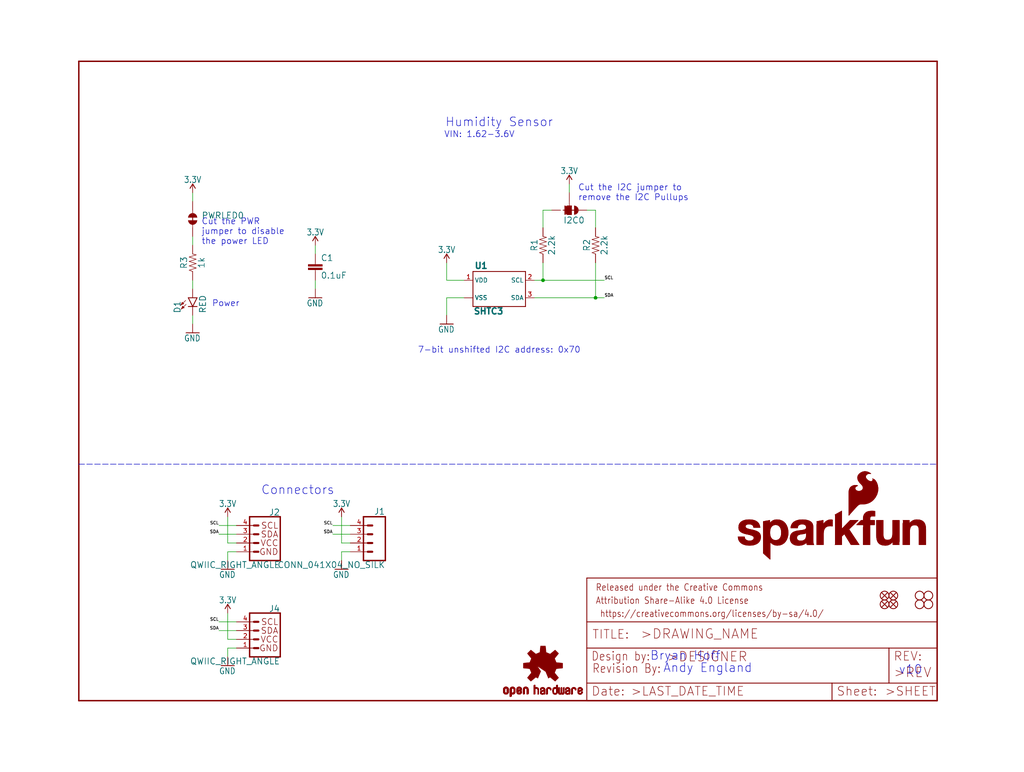
<source format=kicad_sch>
(kicad_sch (version 20211123) (generator eeschema)
  (paper "User" 297.002 223.926)
  (lib_symbols
    (symbol "eagleSchem-eagle-import:0.1UF-0603-25V-(+80{slash}-20%)"
      (property "Reference" "C" (at 1.524 2.921 0))
      (property "Value" "0.1UF-0603-25V-(+80{slash}-20%)" (at 1.524 -2.159 0))
      (symbol "0.1UF-0603-25V-(+80{slash}-20%)_1_0"
        (pin passive line (at 0 5.08 270) (length 2.54) (name "1") (number "1"))
        (pin passive line (at 0 -2.54 90) (length 2.54) (name "2") (number "2"))
      )
    )
    (symbol "eagleSchem-eagle-import:1KOHM-0603-1{slash}10W-1%"
      (property "Reference" "R" (at 0 1.524 0))
      (property "Value" "1KOHM-0603-1{slash}10W-1%" (at 0 -1.524 0))
      (symbol "1KOHM-0603-1{slash}10W-1%_1_0"
        (pin passive line (at -5.08 0 0) (length 2.54) (name "1") (number "1"))
        (pin passive line (at 5.08 0 180) (length 2.54) (name "2") (number "2"))
      )
    )
    (symbol "eagleSchem-eagle-import:2.2KOHM-0603-1{slash}10W-1%"
      (property "Reference" "R" (at 0 1.524 0))
      (property "Value" "2.2KOHM-0603-1{slash}10W-1%" (at 0 -1.524 0))
      (symbol "2.2KOHM-0603-1{slash}10W-1%_1_0"
        (pin passive line (at -5.08 0 0) (length 2.54) (name "1") (number "1"))
        (pin passive line (at 5.08 0 180) (length 2.54) (name "2") (number "2"))
      )
    )
    (symbol "eagleSchem-eagle-import:3.3V" (power)
      (property "Value" "3.3V" (at 0 2.794 0))
      (symbol "3.3V_1_0"
        (pin power_in line (at 0 0 90) (length 2.54) (name "3.3V") (number "1"))
      )
    )
    (symbol "eagleSchem-eagle-import:CONN_041X04_NO_SILK"
      (property "Reference" "J" (at -5.08 8.128 0))
      (property "Value" "CONN_041X04_NO_SILK" (at -5.08 -7.366 0))
      (symbol "CONN_041X04_NO_SILK_1_0"
        (pin passive line (at 5.08 -2.54 180) (length 5.08) (name "1") (number "1"))
        (pin passive line (at 5.08 0 180) (length 5.08) (name "2") (number "2"))
        (pin passive line (at 5.08 2.54 180) (length 5.08) (name "3") (number "3"))
        (pin passive line (at 5.08 5.08 180) (length 5.08) (name "4") (number "4"))
      )
    )
    (symbol "eagleSchem-eagle-import:FIDUCIALUFIDUCIAL")
    (symbol "eagleSchem-eagle-import:FRAME-LETTER"
      (symbol "FRAME-LETTER_2_0"
        (text " https://creativecommons.org/licenses/by-sa/4.0/" (at 2.54 24.13 0) (effects (font (size 1.9304 1.6408)) (justify left bottom)))
        (text ">DESIGNER" (at 23.114 11.176 0) (effects (font (size 2.7432 2.7432)) (justify left bottom)))
        (text ">DRAWING_NAME" (at 15.494 17.78 0) (effects (font (size 2.7432 2.7432)) (justify left bottom)))
        (text ">LAST_DATE_TIME" (at 12.7 1.27 0) (effects (font (size 2.54 2.54)) (justify left bottom)))
        (text ">REV" (at 88.9 6.604 0) (effects (font (size 2.7432 2.7432)) (justify left bottom)))
        (text ">SHEET" (at 86.36 1.27 0) (effects (font (size 2.54 2.54)) (justify left bottom)))
        (text "Attribution Share-Alike 4.0 License" (at 2.54 27.94 0) (effects (font (size 1.9304 1.6408)) (justify left bottom)))
        (text "Date:" (at 1.27 1.27 0) (effects (font (size 2.54 2.54)) (justify left bottom)))
        (text "Design by:" (at 1.27 11.43 0) (effects (font (size 2.54 2.159)) (justify left bottom)))
        (text "Released under the Creative Commons" (at 2.54 31.75 0) (effects (font (size 1.9304 1.6408)) (justify left bottom)))
        (text "REV:" (at 88.9 11.43 0) (effects (font (size 2.54 2.54)) (justify left bottom)))
        (text "Sheet:" (at 72.39 1.27 0) (effects (font (size 2.54 2.54)) (justify left bottom)))
        (text "TITLE:" (at 1.524 17.78 0) (effects (font (size 2.54 2.54)) (justify left bottom)))
      )
    )
    (symbol "eagleSchem-eagle-import:GND" (power)
      (property "Value" "GND" (at -2.54 -2.54 0))
      (symbol "GND_1_0"
        (pin power_in line (at 0 2.54 270) (length 2.54) (name "GND") (number "1"))
      )
    )
    (symbol "eagleSchem-eagle-import:JUMPER-SMT_2_NC_TRACE_SILK"
      (property "Reference" "JP" (at -2.54 2.54 0))
      (property "Value" "JUMPER-SMT_2_NC_TRACE_SILK" (at -2.54 -2.54 0))
      (symbol "JUMPER-SMT_2_NC_TRACE_SILK_1_0"
        (pin passive line (at -5.08 0 0) (length 2.54) (name "1") (number "1"))
        (pin passive line (at 5.08 0 180) (length 2.54) (name "2") (number "2"))
      )
    )
    (symbol "eagleSchem-eagle-import:JUMPER-SMT_3_2-NC_TRACE_SILK"
      (property "Reference" "JP" (at 2.54 0.381 0))
      (property "Value" "JUMPER-SMT_3_2-NC_TRACE_SILK" (at 2.54 -0.381 0))
      (symbol "JUMPER-SMT_3_2-NC_TRACE_SILK_1_0"
        (pin passive line (at 0 5.08 270) (length 2.54) (name "1") (number "1"))
        (pin passive line (at -5.08 0 0) (length 2.54) (name "2") (number "2"))
        (pin passive line (at 0 -5.08 90) (length 2.54) (name "3") (number "3"))
      )
    )
    (symbol "eagleSchem-eagle-import:LED-RED0603"
      (property "Reference" "D" (at -3.429 -4.572 90))
      (property "Value" "LED-RED0603" (at 1.905 -4.572 90))
      (symbol "LED-RED0603_1_0"
        (pin passive line (at 0 2.54 270) (length 2.54) (name "A") (number "A"))
        (pin passive line (at 0 -5.08 90) (length 2.54) (name "C") (number "C"))
      )
    )
    (symbol "eagleSchem-eagle-import:OSHW-LOGOMINI")
    (symbol "eagleSchem-eagle-import:QWIIC_CONNECTORJS-1MM"
      (property "Reference" "J" (at -5.08 7.874 0))
      (property "Value" "QWIIC_CONNECTORJS-1MM" (at -5.08 -5.334 0))
      (symbol "QWIIC_CONNECTORJS-1MM_1_0"
        (text "GND" (at -4.572 -2.54 0) (effects (font (size 1.778 1.778)) (justify left)))
        (text "SCL" (at -4.572 5.08 0) (effects (font (size 1.778 1.778)) (justify left)))
        (text "SDA" (at -4.572 2.54 0) (effects (font (size 1.778 1.778)) (justify left)))
        (text "VCC" (at -4.572 0 0) (effects (font (size 1.778 1.778)) (justify left)))
        (pin power_in line (at 7.62 -2.54 180) (length 5.08) (name "1") (number "1"))
        (pin power_in line (at 7.62 0 180) (length 5.08) (name "2") (number "2"))
        (pin passive line (at 7.62 2.54 180) (length 5.08) (name "3") (number "3"))
        (pin passive line (at 7.62 5.08 180) (length 5.08) (name "4") (number "4"))
      )
    )
    (symbol "eagleSchem-eagle-import:REVISION"
      (symbol "REVISION_1_0"
        (text "Revision By: " (at 0 0 0) (effects (font (size 2.54 2.159)) (justify left bottom)))
      )
    )
    (symbol "eagleSchem-eagle-import:SFE_LOGO_NAME_FLAME.1_INCH")
    (symbol "eagleSchem-eagle-import:SHTC3"
      (property "Reference" "U" (at -7.366 5.588 0))
      (property "Value" "SHTC3" (at -7.62 -7.62 0))
      (symbol "SHTC3_1_0"
        (pin bidirectional line (at -10.16 2.54 0) (length 2.54) (name "VDD") (number "1"))
        (pin bidirectional line (at 10.16 2.54 180) (length 2.54) (name "SCL") (number "2"))
        (pin bidirectional line (at 10.16 -2.54 180) (length 2.54) (name "SDA") (number "3"))
        (pin bidirectional line (at -10.16 -2.54 0) (length 2.54) (name "VSS") (number "4"))
        (pin bidirectional line (at -10.16 -2.54 0) (length 2.54) (name "VSS") (number "5"))
      )
    )
    (symbol "eagleSchem-eagle-import:STAND-OFF")
  )
  (junction (at 157.48 81.28))
  (junction (at 172.72 86.36))
  (wire (pts (xy 157.48 76.2) (xy 157.48 81.28)))
  (wire (pts (xy 66.04 185.42) (xy 66.04 177.8)))
  (wire (pts (xy 68.58 154.94) (xy 63.5 154.94)))
  (wire (pts (xy 165.1 55.88) (xy 165.1 53.34)))
  (wire (pts (xy 157.48 60.96) (xy 160.02 60.96)))
  (wire (pts (xy 172.72 86.36) (xy 175.26 86.36)))
  (wire (pts (xy 66.04 187.96) (xy 66.04 190.5)))
  (wire (pts (xy 101.6 154.94) (xy 96.52 154.94)))
  (wire (pts (xy 66.04 160.02) (xy 66.04 162.56)))
  (wire (pts (xy 157.48 81.28) (xy 154.94 81.28)))
  (wire (pts (xy 172.72 60.96) (xy 170.18 60.96)))
  (wire (pts (xy 91.44 73.66) (xy 91.44 71.12)))
  (wire (pts (xy 129.54 81.28) (xy 129.54 76.2)))
  (wire (pts (xy 157.48 66.04) (xy 157.48 60.96)))
  (wire (pts (xy 134.62 81.28) (xy 129.54 81.28)))
  (polyline (pts (xy 22.86 134.62) (xy 271.78 134.62)))
  (wire (pts (xy 157.48 81.28) (xy 175.26 81.28)))
  (wire (pts (xy 55.88 68.58) (xy 55.88 71.12)))
  (wire (pts (xy 101.6 152.4) (xy 96.52 152.4)))
  (wire (pts (xy 101.6 157.48) (xy 99.06 157.48)))
  (wire (pts (xy 99.06 160.02) (xy 99.06 162.56)))
  (wire (pts (xy 68.58 187.96) (xy 66.04 187.96)))
  (wire (pts (xy 134.62 86.36) (xy 129.54 86.36)))
  (wire (pts (xy 55.88 93.98) (xy 55.88 91.44)))
  (wire (pts (xy 66.04 157.48) (xy 66.04 149.86)))
  (wire (pts (xy 55.88 55.88) (xy 55.88 58.42)))
  (wire (pts (xy 172.72 66.04) (xy 172.72 60.96)))
  (wire (pts (xy 68.58 160.02) (xy 66.04 160.02)))
  (wire (pts (xy 172.72 76.2) (xy 172.72 86.36)))
  (wire (pts (xy 99.06 157.48) (xy 99.06 149.86)))
  (wire (pts (xy 101.6 160.02) (xy 99.06 160.02)))
  (wire (pts (xy 68.58 185.42) (xy 66.04 185.42)))
  (wire (pts (xy 55.88 83.82) (xy 55.88 81.28)))
  (wire (pts (xy 68.58 180.34) (xy 63.5 180.34)))
  (wire (pts (xy 68.58 152.4) (xy 63.5 152.4)))
  (wire (pts (xy 91.44 83.82) (xy 91.44 81.28)))
  (wire (pts (xy 68.58 182.88) (xy 63.5 182.88)))
  (wire (pts (xy 172.72 86.36) (xy 154.94 86.36)))
  (wire (pts (xy 68.58 157.48) (xy 66.04 157.48)))
  (wire (pts (xy 129.54 86.36) (xy 129.54 91.44)))
  (text "Connectors" (at 86.36 142.24 180) (effects (font (size 2.54 2.54))))
  (text "Andy England" (at 192.278 195.326 180) (effects (font (size 2.54 2.54)) (justify left bottom)))
  (text "v10" (at 260.604 195.834 180) (effects (font (size 2.54 2.54)) (justify left bottom)))
  (text "Power" (at 61.468 89.154 180) (effects (font (size 1.778 1.778)) (justify left bottom)))
  (text "Cut the PWR\njumper to disable\nthe power LED" (at 58.42 71.12 180) (effects (font (size 1.778 1.778)) (justify left bottom)))
  (text "7-bit unshifted I2C address: 0x70" (at 144.78 101.6 180) (effects (font (size 1.778 1.778))))
  (text "Humidity Sensor" (at 144.78 35.56 180) (effects (font (size 2.54 2.54))))
  (text "VIN: 1.62-3.6V" (at 128.778 40.132 180) (effects (font (size 1.778 1.778)) (justify left bottom)))
  (text "Bryan Hoff" (at 188.468 191.77 180) (effects (font (size 2.54 2.54)) (justify left bottom)))
  (text "Cut the I2C jumper to\nremove the I2C Pullups" (at 167.64 58.42 180) (effects (font (size 1.778 1.778)) (justify left bottom)))
  (label "SDA" (at 63.5 182.88 180) (effects (font (size 0.889 0.889))))
  (label "SCL" (at 96.52 152.4 180) (effects (font (size 0.889 0.889))))
  (label "SDA" (at 63.5 154.94 180) (effects (font (size 0.889 0.889))))
  (label "SCL" (at 63.5 180.34 180) (effects (font (size 0.889 0.889))))
  (label "SCL" (at 175.26 81.28 0) (effects (font (size 0.889 0.889))))
  (label "SDA" (at 96.52 154.94 180) (effects (font (size 0.889 0.889))))
  (label "SCL" (at 63.5 152.4 180) (effects (font (size 0.889 0.889))))
  (label "SDA" (at 175.26 86.36 0) (effects (font (size 0.889 0.889))))
  (symbol (lib_id "eagleSchem-eagle-import:STAND-OFF") (at 269.24 175.26 0) (unit 1)
    (property "Reference" "JP4" (effects hide))
    (property "Value" "STAND-OFF" (effects hide))
    (property "Footprint" "eagleSchem:STAND-OFF" (effects hide))
  )
  (symbol (lib_id "eagleSchem-eagle-import:JUMPER-SMT_3_2-NC_TRACE_SILK") (at 165.1 60.96 270) (unit 1)
    (property "Reference" "I2C0" (at 163.322 64.897 90) (effects (font (size 1.778 1.778)) (justify left bottom)))
    (property "Value" "JUMPER-SMT_3_2-NC_TRACE_SILK" (effects hide))
    (property "Footprint" "eagleSchem:SMT-JUMPER_3_2-NC_TRACE_SILK" (effects hide))
  )
  (symbol (lib_id "eagleSchem-eagle-import:GND") (at 99.06 165.1 0) (unit 1)
    (property "Reference" "#GND7" (effects hide))
    (property "Value" "GND" (at 96.52 167.64 0) (effects (font (size 1.778 1.5113)) (justify left bottom)))
    (property "Footprint" "eagleSchem:" (effects hide))
  )
  (symbol (lib_id "eagleSchem-eagle-import:3.3V") (at 91.44 71.12 0) (unit 1)
    (property "Reference" "#SUPPLY3" (effects hide))
    (property "Value" "3.3V" (at 91.44 68.326 0) (effects (font (size 1.778 1.5113)) (justify bottom)))
    (property "Footprint" "eagleSchem:" (effects hide))
  )
  (symbol (lib_id "eagleSchem-eagle-import:GND") (at 91.44 86.36 0) (unit 1)
    (property "Reference" "#GND2" (effects hide))
    (property "Value" "GND" (at 88.9 88.9 0) (effects (font (size 1.778 1.5113)) (justify left bottom)))
    (property "Footprint" "eagleSchem:" (effects hide))
  )
  (symbol (lib_id "eagleSchem-eagle-import:SFE_LOGO_NAME_FLAME.1_INCH") (at 213.36 162.56 0) (unit 1)
    (property "Reference" "LOGO2" (effects hide))
    (property "Value" "SFE_LOGO_NAME_FLAME.1_INCH" (effects hide))
    (property "Footprint" "eagleSchem:SFE_LOGO_NAME_FLAME_.1" (effects hide))
  )
  (symbol (lib_id "eagleSchem-eagle-import:CONN_041X04_NO_SILK") (at 106.68 157.48 0) (mirror y) (unit 1)
    (property "Reference" "J1" (at 111.76 149.352 0) (effects (font (size 1.778 1.778)) (justify left bottom)))
    (property "Value" "CONN_041X04_NO_SILK" (at 111.76 164.846 0) (effects (font (size 1.778 1.778)) (justify left bottom)))
    (property "Footprint" "eagleSchem:1X04_NO_SILK" (effects hide))
  )
  (symbol (lib_id "eagleSchem-eagle-import:REVISION") (at 171.704 195.326 0) (unit 1)
    (property "Reference" "LOGO4" (effects hide))
    (property "Value" "REVISION" (effects hide))
    (property "Footprint" "eagleSchem:REVISION" (effects hide))
  )
  (symbol (lib_id "eagleSchem-eagle-import:3.3V") (at 129.54 76.2 0) (unit 1)
    (property "Reference" "#SUPPLY1" (effects hide))
    (property "Value" "3.3V" (at 129.54 73.406 0) (effects (font (size 1.778 1.5113)) (justify bottom)))
    (property "Footprint" "eagleSchem:" (effects hide))
  )
  (symbol (lib_id "eagleSchem-eagle-import:3.3V") (at 55.88 55.88 0) (unit 1)
    (property "Reference" "#SUPPLY10" (effects hide))
    (property "Value" "3.3V" (at 55.88 53.086 0) (effects (font (size 1.778 1.5113)) (justify bottom)))
    (property "Footprint" "eagleSchem:" (effects hide))
  )
  (symbol (lib_id "eagleSchem-eagle-import:GND") (at 66.04 193.04 0) (unit 1)
    (property "Reference" "#GND8" (effects hide))
    (property "Value" "GND" (at 63.5 195.58 0) (effects (font (size 1.778 1.5113)) (justify left bottom)))
    (property "Footprint" "eagleSchem:" (effects hide))
  )
  (symbol (lib_id "eagleSchem-eagle-import:1KOHM-0603-1{slash}10W-1%") (at 55.88 76.2 90) (unit 1)
    (property "Reference" "R3" (at 54.356 76.2 0) (effects (font (size 1.778 1.778)) (justify bottom)))
    (property "Value" "1k" (at 57.404 76.2 0) (effects (font (size 1.778 1.778)) (justify top)))
    (property "Footprint" "eagleSchem:0603" (effects hide))
  )
  (symbol (lib_id "eagleSchem-eagle-import:STAND-OFF") (at 266.7 172.72 0) (unit 1)
    (property "Reference" "JP7" (effects hide))
    (property "Value" "STAND-OFF" (effects hide))
    (property "Footprint" "eagleSchem:STAND-OFF" (effects hide))
  )
  (symbol (lib_id "eagleSchem-eagle-import:FRAME-LETTER") (at 170.18 203.2 0) (unit 2)
    (property "Reference" "FRAME1" (effects hide))
    (property "Value" "FRAME-LETTER" (effects hide))
    (property "Footprint" "eagleSchem:CREATIVE_COMMONS" (effects hide))
  )
  (symbol (lib_id "eagleSchem-eagle-import:3.3V") (at 66.04 149.86 0) (unit 1)
    (property "Reference" "#SUPPLY4" (effects hide))
    (property "Value" "3.3V" (at 66.04 147.066 0) (effects (font (size 1.778 1.5113)) (justify bottom)))
    (property "Footprint" "eagleSchem:" (effects hide))
  )
  (symbol (lib_id "eagleSchem-eagle-import:QWIIC_CONNECTORJS-1MM") (at 76.2 185.42 0) (mirror y) (unit 1)
    (property "Reference" "J4" (at 81.28 177.546 0) (effects (font (size 1.778 1.778)) (justify left bottom)))
    (property "Value" "QWIIC_RIGHT_ANGLE" (at 81.28 190.754 0) (effects (font (size 1.778 1.778)) (justify left top)))
    (property "Footprint" "eagleSchem:JST04_1MM_RA" (effects hide))
  )
  (symbol (lib_id "eagleSchem-eagle-import:3.3V") (at 165.1 53.34 0) (unit 1)
    (property "Reference" "#SUPPLY2" (effects hide))
    (property "Value" "3.3V" (at 165.1 50.546 0) (effects (font (size 1.778 1.5113)) (justify bottom)))
    (property "Footprint" "eagleSchem:" (effects hide))
  )
  (symbol (lib_id "eagleSchem-eagle-import:2.2KOHM-0603-1{slash}10W-1%") (at 172.72 71.12 90) (unit 1)
    (property "Reference" "R2" (at 171.196 71.12 0) (effects (font (size 1.778 1.778)) (justify bottom)))
    (property "Value" "2.2k" (at 174.244 71.12 0) (effects (font (size 1.778 1.778)) (justify top)))
    (property "Footprint" "eagleSchem:0603" (effects hide))
  )
  (symbol (lib_id "eagleSchem-eagle-import:FIDUCIALUFIDUCIAL") (at 256.54 175.26 0) (unit 1)
    (property "Reference" "JP5" (effects hide))
    (property "Value" "FIDUCIALUFIDUCIAL" (effects hide))
    (property "Footprint" "eagleSchem:MICRO-FIDUCIAL" (effects hide))
  )
  (symbol (lib_id "eagleSchem-eagle-import:2.2KOHM-0603-1{slash}10W-1%") (at 157.48 71.12 90) (unit 1)
    (property "Reference" "R1" (at 155.956 71.12 0) (effects (font (size 1.778 1.778)) (justify bottom)))
    (property "Value" "2.2k" (at 159.004 71.12 0) (effects (font (size 1.778 1.778)) (justify top)))
    (property "Footprint" "eagleSchem:0603" (effects hide))
  )
  (symbol (lib_id "eagleSchem-eagle-import:QWIIC_CONNECTORJS-1MM") (at 76.2 157.48 0) (mirror y) (unit 1)
    (property "Reference" "J2" (at 81.28 149.606 0) (effects (font (size 1.778 1.778)) (justify left bottom)))
    (property "Value" "QWIIC_RIGHT_ANGLE" (at 81.28 162.814 0) (effects (font (size 1.778 1.778)) (justify left top)))
    (property "Footprint" "eagleSchem:JST04_1MM_RA" (effects hide))
  )
  (symbol (lib_id "eagleSchem-eagle-import:GND") (at 66.04 165.1 0) (unit 1)
    (property "Reference" "#GND6" (effects hide))
    (property "Value" "GND" (at 63.5 167.64 0) (effects (font (size 1.778 1.5113)) (justify left bottom)))
    (property "Footprint" "eagleSchem:" (effects hide))
  )
  (symbol (lib_id "eagleSchem-eagle-import:JUMPER-SMT_2_NC_TRACE_SILK") (at 55.88 63.5 90) (unit 1)
    (property "Reference" "PWRLED0" (at 58.42 63.5 90) (effects (font (size 1.778 1.778)) (justify right top)))
    (property "Value" "JUMPER-SMT_2_NC_TRACE_SILK" (effects hide))
    (property "Footprint" "eagleSchem:SMT-JUMPER_2_NC_TRACE_SILK" (effects hide))
  )
  (symbol (lib_id "eagleSchem-eagle-import:STAND-OFF") (at 266.7 175.26 0) (unit 1)
    (property "Reference" "JP8" (effects hide))
    (property "Value" "STAND-OFF" (effects hide))
    (property "Footprint" "eagleSchem:STAND-OFF" (effects hide))
  )
  (symbol (lib_id "eagleSchem-eagle-import:OSHW-LOGOMINI") (at 157.48 193.04 0) (unit 1)
    (property "Reference" "LOGO1" (effects hide))
    (property "Value" "OSHW-LOGOMINI" (effects hide))
    (property "Footprint" "eagleSchem:OSHW-LOGO-MINI" (effects hide))
  )
  (symbol (lib_id "eagleSchem-eagle-import:GND") (at 55.88 96.52 0) (unit 1)
    (property "Reference" "#GND3" (effects hide))
    (property "Value" "GND" (at 53.34 99.06 0) (effects (font (size 1.778 1.5113)) (justify left bottom)))
    (property "Footprint" "eagleSchem:" (effects hide))
  )
  (symbol (lib_id "eagleSchem-eagle-import:0.1UF-0603-25V-(+80{slash}-20%)") (at 91.44 78.74 0) (unit 1)
    (property "Reference" "C1" (at 92.964 75.819 0) (effects (font (size 1.778 1.778)) (justify left bottom)))
    (property "Value" "0.1uF" (at 92.964 80.899 0) (effects (font (size 1.778 1.778)) (justify left bottom)))
    (property "Footprint" "eagleSchem:0603" (effects hide))
  )
  (symbol (lib_id "eagleSchem-eagle-import:STAND-OFF") (at 269.24 172.72 0) (unit 1)
    (property "Reference" "JP3" (effects hide))
    (property "Value" "STAND-OFF" (effects hide))
    (property "Footprint" "eagleSchem:STAND-OFF" (effects hide))
  )
  (symbol (lib_id "eagleSchem-eagle-import:GND") (at 129.54 93.98 0) (unit 1)
    (property "Reference" "#GND1" (effects hide))
    (property "Value" "GND" (at 127 96.52 0) (effects (font (size 1.778 1.5113)) (justify left bottom)))
    (property "Footprint" "eagleSchem:" (effects hide))
  )
  (symbol (lib_id "eagleSchem-eagle-import:FIDUCIALUFIDUCIAL") (at 259.08 175.26 0) (unit 1)
    (property "Reference" "JP1" (effects hide))
    (property "Value" "FIDUCIALUFIDUCIAL" (effects hide))
    (property "Footprint" "eagleSchem:MICRO-FIDUCIAL" (effects hide))
  )
  (symbol (lib_id "eagleSchem-eagle-import:LED-RED0603") (at 55.88 86.36 0) (unit 1)
    (property "Reference" "D1" (at 52.451 90.932 90) (effects (font (size 1.778 1.778)) (justify left bottom)))
    (property "Value" "RED" (at 57.785 90.932 90) (effects (font (size 1.778 1.778)) (justify left top)))
    (property "Footprint" "eagleSchem:LED-0603" (effects hide))
  )
  (symbol (lib_id "eagleSchem-eagle-import:FIDUCIALUFIDUCIAL") (at 256.54 172.72 0) (unit 1)
    (property "Reference" "JP2" (effects hide))
    (property "Value" "FIDUCIALUFIDUCIAL" (effects hide))
    (property "Footprint" "eagleSchem:MICRO-FIDUCIAL" (effects hide))
  )
  (symbol (lib_id "eagleSchem-eagle-import:3.3V") (at 66.04 177.8 0) (unit 1)
    (property "Reference" "#SUPPLY8" (effects hide))
    (property "Value" "3.3V" (at 66.04 175.006 0) (effects (font (size 1.778 1.5113)) (justify bottom)))
    (property "Footprint" "eagleSchem:" (effects hide))
  )
  (symbol (lib_id "eagleSchem-eagle-import:3.3V") (at 99.06 149.86 0) (unit 1)
    (property "Reference" "#SUPPLY7" (effects hide))
    (property "Value" "3.3V" (at 99.06 147.066 0) (effects (font (size 1.778 1.5113)) (justify bottom)))
    (property "Footprint" "eagleSchem:" (effects hide))
  )
  (symbol (lib_id "eagleSchem-eagle-import:FRAME-LETTER") (at 22.86 203.2 0) (unit 1)
    (property "Reference" "FRAME1" (effects hide))
    (property "Value" "FRAME-LETTER" (effects hide))
    (property "Footprint" "eagleSchem:CREATIVE_COMMONS" (effects hide))
  )
  (symbol (lib_id "eagleSchem-eagle-import:FIDUCIALUFIDUCIAL") (at 259.08 172.72 0) (unit 1)
    (property "Reference" "JP6" (effects hide))
    (property "Value" "FIDUCIALUFIDUCIAL" (effects hide))
    (property "Footprint" "eagleSchem:MICRO-FIDUCIAL" (effects hide))
  )
  (symbol (lib_id "eagleSchem-eagle-import:SFE_LOGO_NAME_FLAME.1_INCH") (at 213.36 162.56 0) (unit 1)
    (property "Reference" "LOGO3" (effects hide))
    (property "Value" "SFE_LOGO_NAME_FLAME.1_INCH" (effects hide))
    (property "Footprint" "eagleSchem:SFE_LOGO_NAME_FLAME_.1" (effects hide))
  )
  (symbol (lib_id "eagleSchem-eagle-import:SHTC3") (at 144.78 83.82 0) (unit 1)
    (property "Reference" "U1" (at 137.414 78.232 0) (effects (font (size 1.778 1.778) bold) (justify left bottom)))
    (property "Value" "SHTC3" (at 137.16 91.44 0) (effects (font (size 1.778 1.778) bold) (justify left bottom)))
    (property "Footprint" "eagleSchem:SHTC3" (effects hide))
  )
)
</source>
